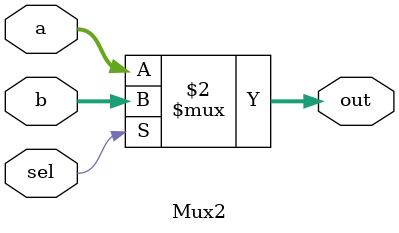
<source format=v>
`timescale 1ns / 1ps
module Mux2(a,b,sel,out);
    parameter N=5;
    input[N-1:0] a,b;
    input sel;
    output[N-1:0] out;
    assign out=(sel==0)?a:b;
endmodule
</source>
